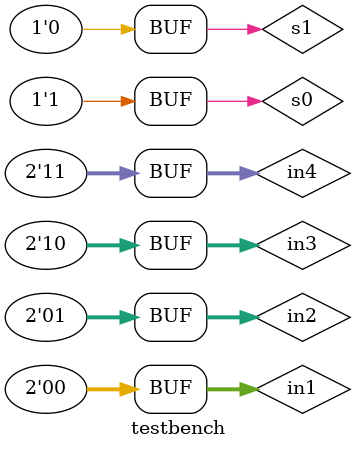
<source format=v>
 
module testbench();
reg s0,s1;
reg [1:0]in1, in2, in3, in4;
wire [1:0]out;

mux41 mux(in1,in2,in3,in4,out,s0,s1);

initial begin 
    $dumpfile("mux4x1_dataflow.vcd");
    $dumpvars( 0, testbench);
end
initial begin 
    
    in1 = 2'b00;
    in2 = 2'b01;
    in3 = 2'b10;
    in4 = 2'b11;
    #5 
    s0 = 1'b0;
    s1 = 1'b0;
     #5 
    s0 = 1'b0;
    s1 = 1'b1;
     #5 
    s0 = 1'b1;
    s1 = 1'b0;
    #5 
    s0 <= 1'b1;
    s1 <= 1'b1;
    s0<= # 5 1'b1;
    s1<= #5 1'b0;

end
initial begin 
    $monitor( $time, " out  = %b " , out);
end
endmodule
    
    

</source>
